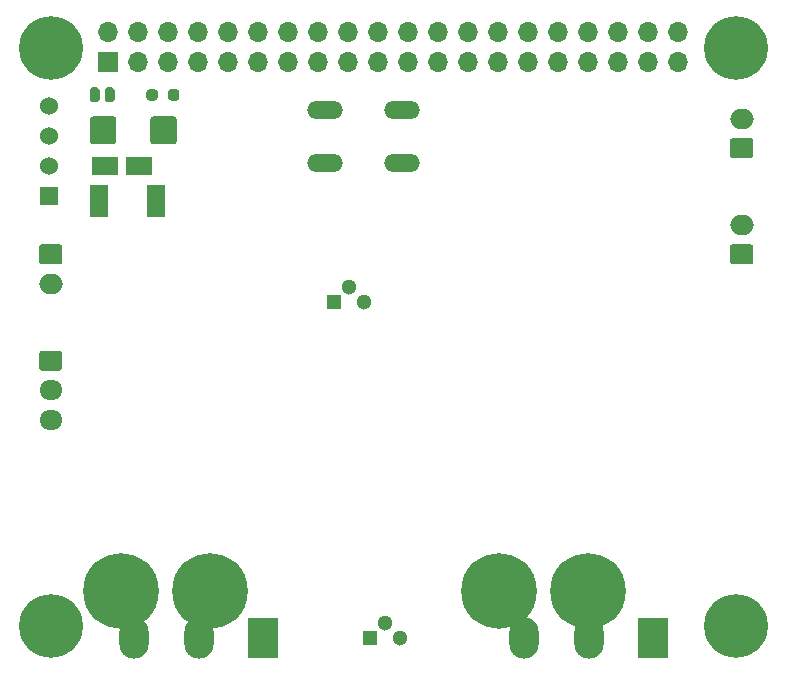
<source format=gbr>
G04 #@! TF.GenerationSoftware,KiCad,Pcbnew,5.1.10-88a1d61d58~88~ubuntu20.04.1*
G04 #@! TF.CreationDate,2021-09-15T20:12:52+01:00*
G04 #@! TF.ProjectId,ogsolar,6f67736f-6c61-4722-9e6b-696361645f70,1.5*
G04 #@! TF.SameCoordinates,Original*
G04 #@! TF.FileFunction,Soldermask,Bot*
G04 #@! TF.FilePolarity,Negative*
%FSLAX46Y46*%
G04 Gerber Fmt 4.6, Leading zero omitted, Abs format (unit mm)*
G04 Created by KiCad (PCBNEW 5.1.10-88a1d61d58~88~ubuntu20.04.1) date 2021-09-15 20:12:52*
%MOMM*%
%LPD*%
G01*
G04 APERTURE LIST*
%ADD10C,1.300000*%
%ADD11R,1.300000X1.300000*%
%ADD12C,5.400000*%
%ADD13R,2.200000X1.500000*%
%ADD14O,2.000000X1.700000*%
%ADD15O,1.950000X1.700000*%
%ADD16R,1.700000X1.700000*%
%ADD17O,1.700000X1.700000*%
%ADD18R,1.500000X2.700000*%
%ADD19R,1.524000X1.524000*%
%ADD20C,1.524000*%
%ADD21O,2.500000X3.500000*%
%ADD22R,2.500000X3.500000*%
%ADD23O,3.014980X1.506220*%
%ADD24C,0.800000*%
%ADD25C,6.400000*%
G04 APERTURE END LIST*
D10*
X141770000Y-107230000D03*
X143040000Y-108500000D03*
D11*
X140500000Y-108500000D03*
D12*
X113500000Y-107500000D03*
X171500000Y-107500000D03*
X171500000Y-58500000D03*
X113500000Y-58500000D03*
G36*
G01*
X121925000Y-66425001D02*
X121925000Y-64574999D01*
G75*
G02*
X122174999Y-64325000I249999J0D01*
G01*
X123925001Y-64325000D01*
G75*
G02*
X124175000Y-64574999I0J-249999D01*
G01*
X124175000Y-66425001D01*
G75*
G02*
X123925001Y-66675000I-249999J0D01*
G01*
X122174999Y-66675000D01*
G75*
G02*
X121925000Y-66425001I0J249999D01*
G01*
G37*
G36*
G01*
X116825000Y-66425001D02*
X116825000Y-64574999D01*
G75*
G02*
X117074999Y-64325000I249999J0D01*
G01*
X118825001Y-64325000D01*
G75*
G02*
X119075000Y-64574999I0J-249999D01*
G01*
X119075000Y-66425001D01*
G75*
G02*
X118825001Y-66675000I-249999J0D01*
G01*
X117074999Y-66675000D01*
G75*
G02*
X116825000Y-66425001I0J249999D01*
G01*
G37*
G36*
G01*
X116827500Y-62931250D02*
X116827500Y-62068750D01*
G75*
G02*
X117036250Y-61860000I208750J0D01*
G01*
X117453750Y-61860000D01*
G75*
G02*
X117662500Y-62068750I0J-208750D01*
G01*
X117662500Y-62931250D01*
G75*
G02*
X117453750Y-63140000I-208750J0D01*
G01*
X117036250Y-63140000D01*
G75*
G02*
X116827500Y-62931250I0J208750D01*
G01*
G37*
G36*
G01*
X118082500Y-62931250D02*
X118082500Y-62068750D01*
G75*
G02*
X118291250Y-61860000I208750J0D01*
G01*
X118708750Y-61860000D01*
G75*
G02*
X118917500Y-62068750I0J-208750D01*
G01*
X118917500Y-62931250D01*
G75*
G02*
X118708750Y-63140000I-208750J0D01*
G01*
X118291250Y-63140000D01*
G75*
G02*
X118082500Y-62931250I0J208750D01*
G01*
G37*
D13*
X121000000Y-68500000D03*
X118100000Y-68500000D03*
G36*
G01*
X112750000Y-75150000D02*
X114250000Y-75150000D01*
G75*
G02*
X114500000Y-75400000I0J-250000D01*
G01*
X114500000Y-76600000D01*
G75*
G02*
X114250000Y-76850000I-250000J0D01*
G01*
X112750000Y-76850000D01*
G75*
G02*
X112500000Y-76600000I0J250000D01*
G01*
X112500000Y-75400000D01*
G75*
G02*
X112750000Y-75150000I250000J0D01*
G01*
G37*
D14*
X113500000Y-78500000D03*
G36*
G01*
X112775000Y-84150000D02*
X114225000Y-84150000D01*
G75*
G02*
X114475000Y-84400000I0J-250000D01*
G01*
X114475000Y-85600000D01*
G75*
G02*
X114225000Y-85850000I-250000J0D01*
G01*
X112775000Y-85850000D01*
G75*
G02*
X112525000Y-85600000I0J250000D01*
G01*
X112525000Y-84400000D01*
G75*
G02*
X112775000Y-84150000I250000J0D01*
G01*
G37*
D15*
X113500000Y-87500000D03*
X113500000Y-90000000D03*
G36*
G01*
X122575000Y-62262500D02*
X122575000Y-62737500D01*
G75*
G02*
X122337500Y-62975000I-237500J0D01*
G01*
X121837500Y-62975000D01*
G75*
G02*
X121600000Y-62737500I0J237500D01*
G01*
X121600000Y-62262500D01*
G75*
G02*
X121837500Y-62025000I237500J0D01*
G01*
X122337500Y-62025000D01*
G75*
G02*
X122575000Y-62262500I0J-237500D01*
G01*
G37*
G36*
G01*
X124400000Y-62262500D02*
X124400000Y-62737500D01*
G75*
G02*
X124162500Y-62975000I-237500J0D01*
G01*
X123662500Y-62975000D01*
G75*
G02*
X123425000Y-62737500I0J237500D01*
G01*
X123425000Y-62262500D01*
G75*
G02*
X123662500Y-62025000I237500J0D01*
G01*
X124162500Y-62025000D01*
G75*
G02*
X124400000Y-62262500I0J-237500D01*
G01*
G37*
D16*
X118375000Y-59750000D03*
D17*
X118375000Y-57210000D03*
X120915000Y-59750000D03*
X120915000Y-57210000D03*
X123455000Y-59750000D03*
X123455000Y-57210000D03*
X125995000Y-59750000D03*
X125995000Y-57210000D03*
X128535000Y-59750000D03*
X128535000Y-57210000D03*
X131075000Y-59750000D03*
X131075000Y-57210000D03*
X133615000Y-59750000D03*
X133615000Y-57210000D03*
X136155000Y-59750000D03*
X136155000Y-57210000D03*
X138695000Y-59750000D03*
X138695000Y-57210000D03*
X141235000Y-59750000D03*
X141235000Y-57210000D03*
X143775000Y-59750000D03*
X143775000Y-57210000D03*
X146315000Y-59750000D03*
X146315000Y-57210000D03*
X148855000Y-59750000D03*
X148855000Y-57210000D03*
X151395000Y-59750000D03*
X151395000Y-57210000D03*
X153935000Y-59750000D03*
X153935000Y-57210000D03*
X156475000Y-59750000D03*
X156475000Y-57210000D03*
X159015000Y-59750000D03*
X159015000Y-57210000D03*
X161555000Y-59750000D03*
X161555000Y-57210000D03*
X164095000Y-59750000D03*
X164095000Y-57210000D03*
X166635000Y-59750000D03*
X166635000Y-57210000D03*
D18*
X117600000Y-71500000D03*
X122400000Y-71500000D03*
D19*
X113340000Y-71040000D03*
D20*
X113340000Y-68500000D03*
X113340000Y-65960000D03*
X113340000Y-63420000D03*
D14*
X172000000Y-64500000D03*
G36*
G01*
X172750000Y-67850000D02*
X171250000Y-67850000D01*
G75*
G02*
X171000000Y-67600000I0J250000D01*
G01*
X171000000Y-66400000D01*
G75*
G02*
X171250000Y-66150000I250000J0D01*
G01*
X172750000Y-66150000D01*
G75*
G02*
X173000000Y-66400000I0J-250000D01*
G01*
X173000000Y-67600000D01*
G75*
G02*
X172750000Y-67850000I-250000J0D01*
G01*
G37*
G36*
G01*
X172750000Y-76850000D02*
X171250000Y-76850000D01*
G75*
G02*
X171000000Y-76600000I0J250000D01*
G01*
X171000000Y-75400000D01*
G75*
G02*
X171250000Y-75150000I250000J0D01*
G01*
X172750000Y-75150000D01*
G75*
G02*
X173000000Y-75400000I0J-250000D01*
G01*
X173000000Y-76600000D01*
G75*
G02*
X172750000Y-76850000I-250000J0D01*
G01*
G37*
X172000000Y-73500000D03*
D21*
X120600000Y-108500000D03*
X126050000Y-108500000D03*
D22*
X131500000Y-108500000D03*
X164500000Y-108500000D03*
D21*
X159050000Y-108500000D03*
X153600000Y-108500000D03*
D23*
X136751340Y-63752100D03*
X143248660Y-63752100D03*
X136751340Y-68247900D03*
X143248660Y-68247900D03*
D24*
X128697056Y-102802944D03*
X127000000Y-102100000D03*
X125302944Y-102802944D03*
X124600000Y-104500000D03*
X125302944Y-106197056D03*
X127000000Y-106900000D03*
X128697056Y-106197056D03*
X129400000Y-104500000D03*
D25*
X127000000Y-104500000D03*
X159000000Y-104500000D03*
D24*
X161400000Y-104500000D03*
X160697056Y-106197056D03*
X159000000Y-106900000D03*
X157302944Y-106197056D03*
X156600000Y-104500000D03*
X157302944Y-102802944D03*
X159000000Y-102100000D03*
X160697056Y-102802944D03*
X121197056Y-102802944D03*
X119500000Y-102100000D03*
X117802944Y-102802944D03*
X117100000Y-104500000D03*
X117802944Y-106197056D03*
X119500000Y-106900000D03*
X121197056Y-106197056D03*
X121900000Y-104500000D03*
D25*
X119500000Y-104500000D03*
X151500000Y-104500000D03*
D24*
X153900000Y-104500000D03*
X153197056Y-106197056D03*
X151500000Y-106900000D03*
X149802944Y-106197056D03*
X149100000Y-104500000D03*
X149802944Y-102802944D03*
X151500000Y-102100000D03*
X153197056Y-102802944D03*
D11*
X137500000Y-80000000D03*
D10*
X140040000Y-80000000D03*
X138770000Y-78730000D03*
M02*

</source>
